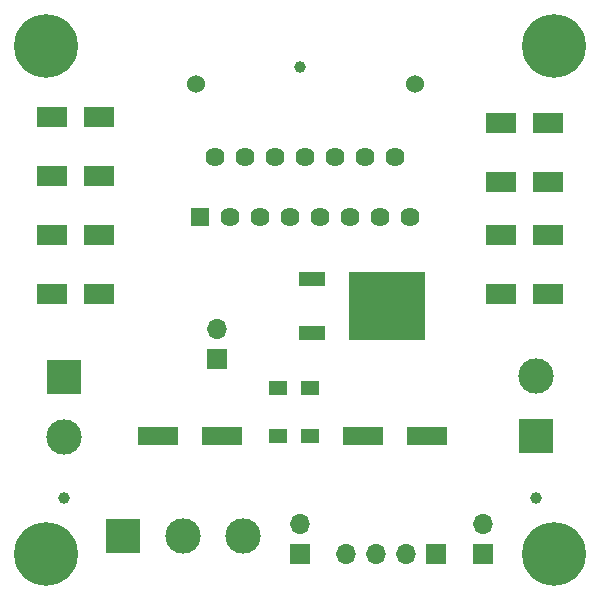
<source format=gbr>
%TF.GenerationSoftware,KiCad,Pcbnew,(5.1.10)-1*%
%TF.CreationDate,2021-10-13T16:11:29-06:00*%
%TF.ProjectId,ReplicaDriverPuenteHL298,5265706c-6963-4614-9472-697665725075,1.0*%
%TF.SameCoordinates,Original*%
%TF.FileFunction,Soldermask,Top*%
%TF.FilePolarity,Negative*%
%FSLAX46Y46*%
G04 Gerber Fmt 4.6, Leading zero omitted, Abs format (unit mm)*
G04 Created by KiCad (PCBNEW (5.1.10)-1) date 2021-10-13 16:11:29*
%MOMM*%
%LPD*%
G01*
G04 APERTURE LIST*
%ADD10C,1.000000*%
%ADD11C,1.524000*%
%ADD12R,3.500000X1.600000*%
%ADD13R,1.620000X1.620000*%
%ADD14C,1.620000*%
%ADD15C,5.400000*%
%ADD16R,2.500000X1.800000*%
%ADD17R,1.500000X1.300000*%
%ADD18O,1.700000X1.700000*%
%ADD19R,1.700000X1.700000*%
%ADD20R,3.000000X3.000000*%
%ADD21C,3.000000*%
%ADD22R,6.400000X5.800000*%
%ADD23R,2.200000X1.200000*%
G04 APERTURE END LIST*
D10*
%TO.C,FID3*%
X170500000Y-112750000D03*
%TD*%
%TO.C,FID2*%
X130500000Y-112750000D03*
%TD*%
%TO.C,FID1*%
X150500000Y-76250000D03*
%TD*%
D11*
%TO.C,HS1*%
X141700000Y-77700000D03*
X160200000Y-77700000D03*
%TD*%
D12*
%TO.C,C2*%
X155800000Y-107500000D03*
X161200000Y-107500000D03*
%TD*%
D13*
%TO.C,U1*%
X142000000Y-89000000D03*
D14*
X143270000Y-83920000D03*
X144540000Y-89000000D03*
X145810000Y-83920000D03*
X147080000Y-89000000D03*
X148350000Y-83920000D03*
X149620000Y-89000000D03*
X150890000Y-83920000D03*
X152160000Y-89000000D03*
X153430000Y-83920000D03*
X154700000Y-89000000D03*
X155970000Y-83920000D03*
X157240000Y-89000000D03*
X158510000Y-83920000D03*
X159780000Y-89000000D03*
%TD*%
D15*
%TO.C,H4*%
X129000000Y-74500000D03*
%TD*%
%TO.C,H3*%
X172000000Y-74500000D03*
%TD*%
%TO.C,H2*%
X172000000Y-117500000D03*
%TD*%
%TO.C,H1*%
X129000000Y-117500000D03*
%TD*%
D12*
%TO.C,C1*%
X143900000Y-107500000D03*
X138500000Y-107500000D03*
%TD*%
D16*
%TO.C,D1*%
X133500000Y-85500000D03*
X129500000Y-85500000D03*
%TD*%
%TO.C,D2*%
X129500000Y-90500000D03*
X133500000Y-90500000D03*
%TD*%
%TO.C,D3*%
X167500000Y-90500000D03*
X171500000Y-90500000D03*
%TD*%
%TO.C,D4*%
X171500000Y-86000000D03*
X167500000Y-86000000D03*
%TD*%
%TO.C,D5*%
X129500000Y-80500000D03*
X133500000Y-80500000D03*
%TD*%
%TO.C,D6*%
X133500000Y-95500000D03*
X129500000Y-95500000D03*
%TD*%
%TO.C,D7*%
X167500000Y-95500000D03*
X171500000Y-95500000D03*
%TD*%
%TO.C,D8*%
X171500000Y-81000000D03*
X167500000Y-81000000D03*
%TD*%
D17*
%TO.C,D9*%
X148650000Y-107500000D03*
X151350000Y-107500000D03*
%TD*%
D18*
%TO.C,J1*%
X154380000Y-117500000D03*
X156920000Y-117500000D03*
X159460000Y-117500000D03*
D19*
X162000000Y-117500000D03*
%TD*%
D20*
%TO.C,J2*%
X130500000Y-102500000D03*
D21*
X130500000Y-107580000D03*
%TD*%
%TO.C,J3*%
X170500000Y-102420000D03*
D20*
X170500000Y-107500000D03*
%TD*%
D18*
%TO.C,J4*%
X150500000Y-114960000D03*
D19*
X150500000Y-117500000D03*
%TD*%
D18*
%TO.C,J5*%
X166000000Y-114960000D03*
D19*
X166000000Y-117500000D03*
%TD*%
%TO.C,J6*%
X143500000Y-101000000D03*
D18*
X143500000Y-98460000D03*
%TD*%
D21*
%TO.C,J7*%
X145660000Y-116000000D03*
X140580000Y-116000000D03*
D20*
X135500000Y-116000000D03*
%TD*%
D17*
%TO.C,R1*%
X148650000Y-103500000D03*
X151350000Y-103500000D03*
%TD*%
D22*
%TO.C,U2*%
X157825000Y-96525000D03*
D23*
X151525000Y-98805000D03*
X151525000Y-94245000D03*
%TD*%
M02*

</source>
